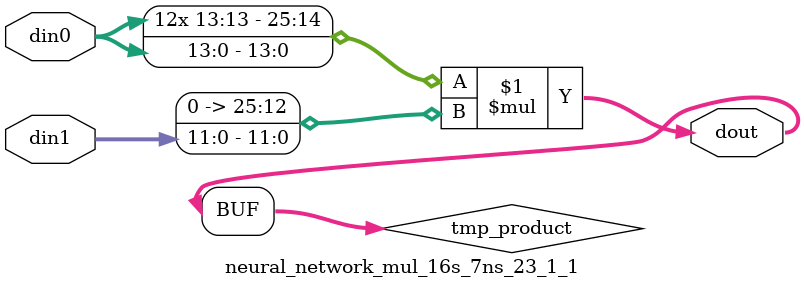
<source format=v>

`timescale 1 ns / 1 ps

  module neural_network_mul_16s_7ns_23_1_1(din0, din1, dout);
parameter ID = 1;
parameter NUM_STAGE = 0;
parameter din0_WIDTH = 14;
parameter din1_WIDTH = 12;
parameter dout_WIDTH = 26;

input [din0_WIDTH - 1 : 0] din0; 
input [din1_WIDTH - 1 : 0] din1; 
output [dout_WIDTH - 1 : 0] dout;

wire signed [dout_WIDTH - 1 : 0] tmp_product;












assign tmp_product = $signed(din0) * $signed({1'b0, din1});









assign dout = tmp_product;







endmodule

</source>
